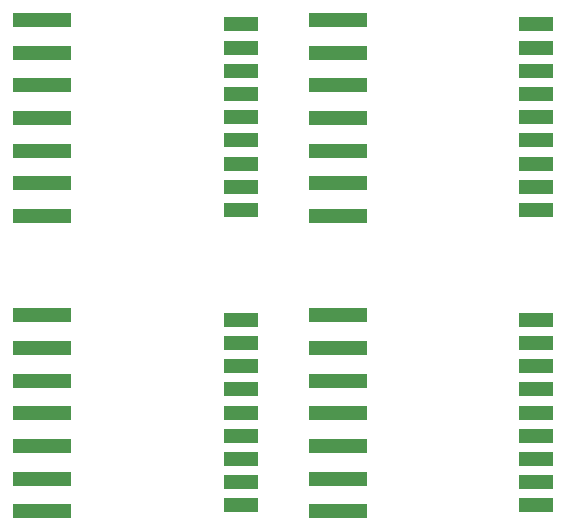
<source format=gbp>
%MOIN*%
%OFA0B0*%
%FSLAX26Y26*%
%IPPOS*%
%LPD*%
%ADD33R,0.11712X0.04712*%
%ADD43R,0.19212X0.04662*%
%ADD77R,0.11712X0.04712*%
%ADD87R,0.19212X0.04662*%
%ADD121R,0.11712X0.04712*%
%ADD131R,0.19212X0.04662*%
%ADD165R,0.11712X0.04712*%
%ADD175R,0.19212X0.04662*%
%LPD*%
G90*
G75*
G01*
D43*
X-00314960Y-00314960D02*
X00185134Y00164435D03*
X00185134Y00273435D03*
X00185134Y00382435D03*
X00185134Y00491435D03*
X00185134Y00600435D03*
X00185134Y00709435D03*
X00185134Y00818435D03*
D33*
X00847490Y00803738D03*
X00847490Y00726294D03*
X00847490Y00648849D03*
X00847490Y00571406D03*
X00847490Y00493961D03*
X00847490Y00416516D03*
X00847490Y00339072D03*
X00847490Y00261627D03*
X00847490Y00184183D03*
G90*
G75*
G01*
D87*
X-00314960Y00669291D02*
X00185134Y01148687D03*
X00185134Y01257687D03*
X00185134Y01366687D03*
X00185134Y01475687D03*
X00185134Y01584687D03*
X00185134Y01693687D03*
X00185134Y01802687D03*
D77*
X00847490Y01787991D03*
X00847490Y01710546D03*
X00847490Y01633101D03*
X00847490Y01555658D03*
X00847490Y01478213D03*
X00847490Y01400768D03*
X00847490Y01323324D03*
X00847490Y01245879D03*
X00847490Y01168435D03*
G04 next file*
%LPD*%
G90*
G75*
G01*
D131*
X00669291Y00669291D02*
X01169386Y01148687D03*
X01169386Y01257687D03*
X01169386Y01366687D03*
X01169386Y01475687D03*
X01169386Y01584687D03*
X01169386Y01693687D03*
X01169386Y01802687D03*
D121*
X01831742Y01787991D03*
X01831742Y01710546D03*
X01831742Y01633101D03*
X01831742Y01555658D03*
X01831742Y01478213D03*
X01831742Y01400768D03*
X01831742Y01323324D03*
X01831742Y01245879D03*
X01831742Y01168435D03*
G04 next file*
G04 DipTrace 3.3.1.1*
G04 BottomPaste.gbp*
G04 #@! TF.FileFunction,Paste,Bot*
G04 #@! TF.Part,Single*
G04*
G04 skipping 70
G90*
G75*
G01*
G04 BotPaste*
D175*
X00669291Y-00314960D02*
X01169386Y00164435D03*
X01169386Y00273435D03*
X01169386Y00382435D03*
X01169386Y00491435D03*
X01169386Y00600435D03*
X01169386Y00709435D03*
X01169386Y00818435D03*
D165*
X01831742Y00803738D03*
X01831742Y00726294D03*
X01831742Y00648849D03*
X01831742Y00571406D03*
X01831742Y00493961D03*
X01831742Y00416516D03*
X01831742Y00339072D03*
X01831742Y00261627D03*
X01831742Y00184183D03*
M02*
</source>
